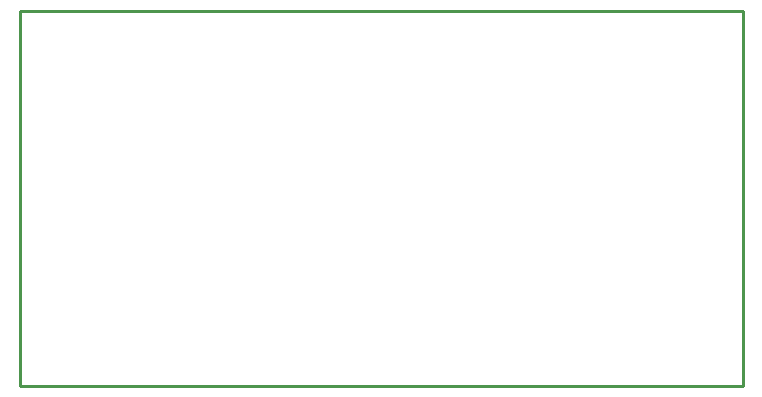
<source format=gbr>
G04 EAGLE Gerber RS-274X export*
G75*
%MOMM*%
%FSLAX34Y34*%
%LPD*%
%IN*%
%IPPOS*%
%AMOC8*
5,1,8,0,0,1.08239X$1,22.5*%
G01*
%ADD10C,0.254000*%


D10*
X0Y0D02*
X612140Y0D01*
X612140Y317500D01*
X0Y317500D01*
X0Y0D01*
M02*

</source>
